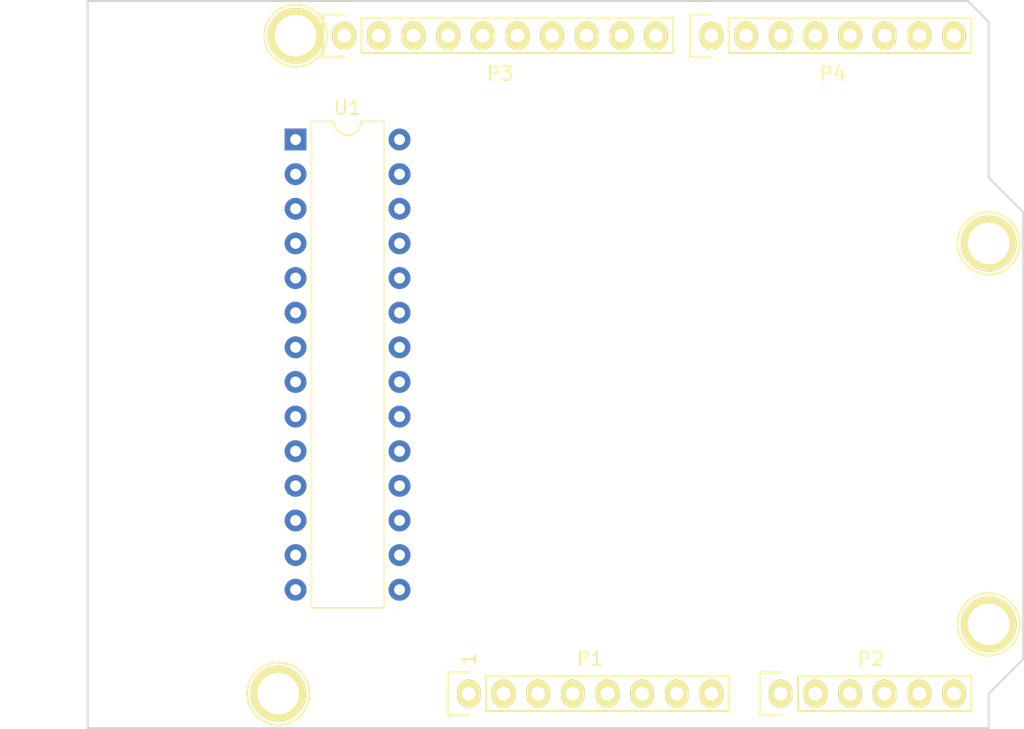
<source format=kicad_pcb>
(kicad_pcb (version 20171130) (host pcbnew 5.0.0+dfsg1-2)

  (general
    (thickness 1.6)
    (drawings 27)
    (tracks 0)
    (zones 0)
    (modules 9)
    (nets 60)
  )

  (page A4)
  (title_block
    (date "lun. 30 mars 2015")
  )

  (layers
    (0 F.Cu signal)
    (31 B.Cu signal)
    (32 B.Adhes user)
    (33 F.Adhes user)
    (34 B.Paste user)
    (35 F.Paste user)
    (36 B.SilkS user)
    (37 F.SilkS user)
    (38 B.Mask user)
    (39 F.Mask user)
    (40 Dwgs.User user)
    (41 Cmts.User user)
    (42 Eco1.User user)
    (43 Eco2.User user)
    (44 Edge.Cuts user)
    (45 Margin user)
    (46 B.CrtYd user)
    (47 F.CrtYd user)
    (48 B.Fab user)
    (49 F.Fab user)
  )

  (setup
    (last_trace_width 0.25)
    (trace_clearance 0.2)
    (zone_clearance 0.508)
    (zone_45_only no)
    (trace_min 0.2)
    (segment_width 0.15)
    (edge_width 0.15)
    (via_size 0.6)
    (via_drill 0.4)
    (via_min_size 0.4)
    (via_min_drill 0.3)
    (uvia_size 0.3)
    (uvia_drill 0.1)
    (uvias_allowed no)
    (uvia_min_size 0.2)
    (uvia_min_drill 0.1)
    (pcb_text_width 0.3)
    (pcb_text_size 1.5 1.5)
    (mod_edge_width 0.15)
    (mod_text_size 1 1)
    (mod_text_width 0.15)
    (pad_size 4.064 4.064)
    (pad_drill 3.048)
    (pad_to_mask_clearance 0)
    (aux_axis_origin 110.998 126.365)
    (grid_origin 110.998 126.365)
    (visible_elements FFFFFF7F)
    (pcbplotparams
      (layerselection 0x00030_80000001)
      (usegerberextensions false)
      (usegerberattributes false)
      (usegerberadvancedattributes false)
      (creategerberjobfile false)
      (excludeedgelayer true)
      (linewidth 0.100000)
      (plotframeref false)
      (viasonmask false)
      (mode 1)
      (useauxorigin false)
      (hpglpennumber 1)
      (hpglpenspeed 20)
      (hpglpendiameter 15.000000)
      (psnegative false)
      (psa4output false)
      (plotreference true)
      (plotvalue true)
      (plotinvisibletext false)
      (padsonsilk false)
      (subtractmaskfromsilk false)
      (outputformat 1)
      (mirror false)
      (drillshape 1)
      (scaleselection 1)
      (outputdirectory ""))
  )

  (net 0 "")
  (net 1 /IOREF)
  (net 2 /Reset)
  (net 3 +5V)
  (net 4 GND)
  (net 5 /Vin)
  (net 6 /A0)
  (net 7 /A1)
  (net 8 /A2)
  (net 9 /A3)
  (net 10 /AREF)
  (net 11 "/A4(SDA)")
  (net 12 "/A5(SCL)")
  (net 13 "/9(**)")
  (net 14 /8)
  (net 15 /7)
  (net 16 "/6(**)")
  (net 17 "/5(**)")
  (net 18 /4)
  (net 19 "/3(**)")
  (net 20 /2)
  (net 21 "/1(Tx)")
  (net 22 "/0(Rx)")
  (net 23 "Net-(P5-Pad1)")
  (net 24 "Net-(P6-Pad1)")
  (net 25 "Net-(P7-Pad1)")
  (net 26 "Net-(P8-Pad1)")
  (net 27 "/13(SCK)")
  (net 28 "/10(**/SS)")
  (net 29 "Net-(P1-Pad1)")
  (net 30 +3V3)
  (net 31 "/12(MISO)")
  (net 32 "/11(**/MOSI)")
  (net 33 "Net-(U1-Pad1)")
  (net 34 "Net-(U1-Pad15)")
  (net 35 "Net-(U1-Pad2)")
  (net 36 "Net-(U1-Pad16)")
  (net 37 "Net-(U1-Pad3)")
  (net 38 "Net-(U1-Pad17)")
  (net 39 "Net-(U1-Pad4)")
  (net 40 "Net-(U1-Pad18)")
  (net 41 "Net-(U1-Pad5)")
  (net 42 "Net-(U1-Pad19)")
  (net 43 "Net-(U1-Pad6)")
  (net 44 "Net-(U1-Pad20)")
  (net 45 "Net-(U1-Pad7)")
  (net 46 "Net-(U1-Pad21)")
  (net 47 "Net-(U1-Pad22)")
  (net 48 "Net-(U1-Pad9)")
  (net 49 "Net-(U1-Pad23)")
  (net 50 "Net-(U1-Pad10)")
  (net 51 "Net-(U1-Pad24)")
  (net 52 "Net-(U1-Pad11)")
  (net 53 "Net-(U1-Pad25)")
  (net 54 "Net-(U1-Pad12)")
  (net 55 "Net-(U1-Pad26)")
  (net 56 "Net-(U1-Pad13)")
  (net 57 "Net-(U1-Pad27)")
  (net 58 "Net-(U1-Pad14)")
  (net 59 "Net-(U1-Pad28)")

  (net_class Default "This is the default net class."
    (clearance 0.2)
    (trace_width 0.25)
    (via_dia 0.6)
    (via_drill 0.4)
    (uvia_dia 0.3)
    (uvia_drill 0.1)
    (add_net +3V3)
    (add_net +5V)
    (add_net "/0(Rx)")
    (add_net "/1(Tx)")
    (add_net "/10(**/SS)")
    (add_net "/11(**/MOSI)")
    (add_net "/12(MISO)")
    (add_net "/13(SCK)")
    (add_net /2)
    (add_net "/3(**)")
    (add_net /4)
    (add_net "/5(**)")
    (add_net "/6(**)")
    (add_net /7)
    (add_net /8)
    (add_net "/9(**)")
    (add_net /A0)
    (add_net /A1)
    (add_net /A2)
    (add_net /A3)
    (add_net "/A4(SDA)")
    (add_net "/A5(SCL)")
    (add_net /AREF)
    (add_net /IOREF)
    (add_net /Reset)
    (add_net /Vin)
    (add_net GND)
    (add_net "Net-(P1-Pad1)")
    (add_net "Net-(P5-Pad1)")
    (add_net "Net-(P6-Pad1)")
    (add_net "Net-(P7-Pad1)")
    (add_net "Net-(P8-Pad1)")
    (add_net "Net-(U1-Pad1)")
    (add_net "Net-(U1-Pad10)")
    (add_net "Net-(U1-Pad11)")
    (add_net "Net-(U1-Pad12)")
    (add_net "Net-(U1-Pad13)")
    (add_net "Net-(U1-Pad14)")
    (add_net "Net-(U1-Pad15)")
    (add_net "Net-(U1-Pad16)")
    (add_net "Net-(U1-Pad17)")
    (add_net "Net-(U1-Pad18)")
    (add_net "Net-(U1-Pad19)")
    (add_net "Net-(U1-Pad2)")
    (add_net "Net-(U1-Pad20)")
    (add_net "Net-(U1-Pad21)")
    (add_net "Net-(U1-Pad22)")
    (add_net "Net-(U1-Pad23)")
    (add_net "Net-(U1-Pad24)")
    (add_net "Net-(U1-Pad25)")
    (add_net "Net-(U1-Pad26)")
    (add_net "Net-(U1-Pad27)")
    (add_net "Net-(U1-Pad28)")
    (add_net "Net-(U1-Pad3)")
    (add_net "Net-(U1-Pad4)")
    (add_net "Net-(U1-Pad5)")
    (add_net "Net-(U1-Pad6)")
    (add_net "Net-(U1-Pad7)")
    (add_net "Net-(U1-Pad9)")
  )

  (module Package_DIP:DIP-28_W7.62mm (layer F.Cu) (tedit 5A02E8C5) (tstamp 5BF59753)
    (at 126.238 83.185)
    (descr "28-lead though-hole mounted DIP package, row spacing 7.62 mm (300 mils)")
    (tags "THT DIP DIL PDIP 2.54mm 7.62mm 300mil")
    (path /5BF5C9D7)
    (fp_text reference U1 (at 3.81 -2.33) (layer F.SilkS)
      (effects (font (size 1 1) (thickness 0.15)))
    )
    (fp_text value ATmega328P-PU (at 3.81 35.35) (layer F.Fab)
      (effects (font (size 1 1) (thickness 0.15)))
    )
    (fp_arc (start 3.81 -1.33) (end 2.81 -1.33) (angle -180) (layer F.SilkS) (width 0.12))
    (fp_line (start 1.635 -1.27) (end 6.985 -1.27) (layer F.Fab) (width 0.1))
    (fp_line (start 6.985 -1.27) (end 6.985 34.29) (layer F.Fab) (width 0.1))
    (fp_line (start 6.985 34.29) (end 0.635 34.29) (layer F.Fab) (width 0.1))
    (fp_line (start 0.635 34.29) (end 0.635 -0.27) (layer F.Fab) (width 0.1))
    (fp_line (start 0.635 -0.27) (end 1.635 -1.27) (layer F.Fab) (width 0.1))
    (fp_line (start 2.81 -1.33) (end 1.16 -1.33) (layer F.SilkS) (width 0.12))
    (fp_line (start 1.16 -1.33) (end 1.16 34.35) (layer F.SilkS) (width 0.12))
    (fp_line (start 1.16 34.35) (end 6.46 34.35) (layer F.SilkS) (width 0.12))
    (fp_line (start 6.46 34.35) (end 6.46 -1.33) (layer F.SilkS) (width 0.12))
    (fp_line (start 6.46 -1.33) (end 4.81 -1.33) (layer F.SilkS) (width 0.12))
    (fp_line (start -1.1 -1.55) (end -1.1 34.55) (layer F.CrtYd) (width 0.05))
    (fp_line (start -1.1 34.55) (end 8.7 34.55) (layer F.CrtYd) (width 0.05))
    (fp_line (start 8.7 34.55) (end 8.7 -1.55) (layer F.CrtYd) (width 0.05))
    (fp_line (start 8.7 -1.55) (end -1.1 -1.55) (layer F.CrtYd) (width 0.05))
    (fp_text user %R (at 3.81 16.51) (layer F.Fab)
      (effects (font (size 1 1) (thickness 0.15)))
    )
    (pad 1 thru_hole rect (at 0 0) (size 1.6 1.6) (drill 0.8) (layers *.Cu *.Mask)
      (net 33 "Net-(U1-Pad1)"))
    (pad 15 thru_hole oval (at 7.62 33.02) (size 1.6 1.6) (drill 0.8) (layers *.Cu *.Mask)
      (net 34 "Net-(U1-Pad15)"))
    (pad 2 thru_hole oval (at 0 2.54) (size 1.6 1.6) (drill 0.8) (layers *.Cu *.Mask)
      (net 35 "Net-(U1-Pad2)"))
    (pad 16 thru_hole oval (at 7.62 30.48) (size 1.6 1.6) (drill 0.8) (layers *.Cu *.Mask)
      (net 36 "Net-(U1-Pad16)"))
    (pad 3 thru_hole oval (at 0 5.08) (size 1.6 1.6) (drill 0.8) (layers *.Cu *.Mask)
      (net 37 "Net-(U1-Pad3)"))
    (pad 17 thru_hole oval (at 7.62 27.94) (size 1.6 1.6) (drill 0.8) (layers *.Cu *.Mask)
      (net 38 "Net-(U1-Pad17)"))
    (pad 4 thru_hole oval (at 0 7.62) (size 1.6 1.6) (drill 0.8) (layers *.Cu *.Mask)
      (net 39 "Net-(U1-Pad4)"))
    (pad 18 thru_hole oval (at 7.62 25.4) (size 1.6 1.6) (drill 0.8) (layers *.Cu *.Mask)
      (net 40 "Net-(U1-Pad18)"))
    (pad 5 thru_hole oval (at 0 10.16) (size 1.6 1.6) (drill 0.8) (layers *.Cu *.Mask)
      (net 41 "Net-(U1-Pad5)"))
    (pad 19 thru_hole oval (at 7.62 22.86) (size 1.6 1.6) (drill 0.8) (layers *.Cu *.Mask)
      (net 42 "Net-(U1-Pad19)"))
    (pad 6 thru_hole oval (at 0 12.7) (size 1.6 1.6) (drill 0.8) (layers *.Cu *.Mask)
      (net 43 "Net-(U1-Pad6)"))
    (pad 20 thru_hole oval (at 7.62 20.32) (size 1.6 1.6) (drill 0.8) (layers *.Cu *.Mask)
      (net 44 "Net-(U1-Pad20)"))
    (pad 7 thru_hole oval (at 0 15.24) (size 1.6 1.6) (drill 0.8) (layers *.Cu *.Mask)
      (net 45 "Net-(U1-Pad7)"))
    (pad 21 thru_hole oval (at 7.62 17.78) (size 1.6 1.6) (drill 0.8) (layers *.Cu *.Mask)
      (net 46 "Net-(U1-Pad21)"))
    (pad 8 thru_hole oval (at 0 17.78) (size 1.6 1.6) (drill 0.8) (layers *.Cu *.Mask)
      (net 47 "Net-(U1-Pad22)"))
    (pad 22 thru_hole oval (at 7.62 15.24) (size 1.6 1.6) (drill 0.8) (layers *.Cu *.Mask)
      (net 47 "Net-(U1-Pad22)"))
    (pad 9 thru_hole oval (at 0 20.32) (size 1.6 1.6) (drill 0.8) (layers *.Cu *.Mask)
      (net 48 "Net-(U1-Pad9)"))
    (pad 23 thru_hole oval (at 7.62 12.7) (size 1.6 1.6) (drill 0.8) (layers *.Cu *.Mask)
      (net 49 "Net-(U1-Pad23)"))
    (pad 10 thru_hole oval (at 0 22.86) (size 1.6 1.6) (drill 0.8) (layers *.Cu *.Mask)
      (net 50 "Net-(U1-Pad10)"))
    (pad 24 thru_hole oval (at 7.62 10.16) (size 1.6 1.6) (drill 0.8) (layers *.Cu *.Mask)
      (net 51 "Net-(U1-Pad24)"))
    (pad 11 thru_hole oval (at 0 25.4) (size 1.6 1.6) (drill 0.8) (layers *.Cu *.Mask)
      (net 52 "Net-(U1-Pad11)"))
    (pad 25 thru_hole oval (at 7.62 7.62) (size 1.6 1.6) (drill 0.8) (layers *.Cu *.Mask)
      (net 53 "Net-(U1-Pad25)"))
    (pad 12 thru_hole oval (at 0 27.94) (size 1.6 1.6) (drill 0.8) (layers *.Cu *.Mask)
      (net 54 "Net-(U1-Pad12)"))
    (pad 26 thru_hole oval (at 7.62 5.08) (size 1.6 1.6) (drill 0.8) (layers *.Cu *.Mask)
      (net 55 "Net-(U1-Pad26)"))
    (pad 13 thru_hole oval (at 0 30.48) (size 1.6 1.6) (drill 0.8) (layers *.Cu *.Mask)
      (net 56 "Net-(U1-Pad13)"))
    (pad 27 thru_hole oval (at 7.62 2.54) (size 1.6 1.6) (drill 0.8) (layers *.Cu *.Mask)
      (net 57 "Net-(U1-Pad27)"))
    (pad 14 thru_hole oval (at 0 33.02) (size 1.6 1.6) (drill 0.8) (layers *.Cu *.Mask)
      (net 58 "Net-(U1-Pad14)"))
    (pad 28 thru_hole oval (at 7.62 0) (size 1.6 1.6) (drill 0.8) (layers *.Cu *.Mask)
      (net 59 "Net-(U1-Pad28)"))
    (model ${KISYS3DMOD}/Package_DIP.3dshapes/DIP-28_W7.62mm.wrl
      (at (xyz 0 0 0))
      (scale (xyz 1 1 1))
      (rotate (xyz 0 0 0))
    )
  )

  (module Socket_Arduino_Uno:Socket_Strip_Arduino_1x08 locked (layer F.Cu) (tedit 552168D2) (tstamp 551AF9EA)
    (at 138.938 123.825)
    (descr "Through hole socket strip")
    (tags "socket strip")
    (path /56D70129)
    (fp_text reference P1 (at 8.89 -2.54) (layer F.SilkS)
      (effects (font (size 1 1) (thickness 0.15)))
    )
    (fp_text value Power (at 8.89 -4.064) (layer F.Fab)
      (effects (font (size 1 1) (thickness 0.15)))
    )
    (fp_line (start -1.75 -1.75) (end -1.75 1.75) (layer F.CrtYd) (width 0.05))
    (fp_line (start 19.55 -1.75) (end 19.55 1.75) (layer F.CrtYd) (width 0.05))
    (fp_line (start -1.75 -1.75) (end 19.55 -1.75) (layer F.CrtYd) (width 0.05))
    (fp_line (start -1.75 1.75) (end 19.55 1.75) (layer F.CrtYd) (width 0.05))
    (fp_line (start 1.27 1.27) (end 19.05 1.27) (layer F.SilkS) (width 0.15))
    (fp_line (start 19.05 1.27) (end 19.05 -1.27) (layer F.SilkS) (width 0.15))
    (fp_line (start 19.05 -1.27) (end 1.27 -1.27) (layer F.SilkS) (width 0.15))
    (fp_line (start -1.55 1.55) (end 0 1.55) (layer F.SilkS) (width 0.15))
    (fp_line (start 1.27 1.27) (end 1.27 -1.27) (layer F.SilkS) (width 0.15))
    (fp_line (start 0 -1.55) (end -1.55 -1.55) (layer F.SilkS) (width 0.15))
    (fp_line (start -1.55 -1.55) (end -1.55 1.55) (layer F.SilkS) (width 0.15))
    (pad 1 thru_hole oval (at 0 0) (size 1.7272 2.032) (drill 1.016) (layers *.Cu *.Mask F.SilkS)
      (net 29 "Net-(P1-Pad1)"))
    (pad 2 thru_hole oval (at 2.54 0) (size 1.7272 2.032) (drill 1.016) (layers *.Cu *.Mask F.SilkS)
      (net 1 /IOREF))
    (pad 3 thru_hole oval (at 5.08 0) (size 1.7272 2.032) (drill 1.016) (layers *.Cu *.Mask F.SilkS)
      (net 2 /Reset))
    (pad 4 thru_hole oval (at 7.62 0) (size 1.7272 2.032) (drill 1.016) (layers *.Cu *.Mask F.SilkS)
      (net 30 +3V3))
    (pad 5 thru_hole oval (at 10.16 0) (size 1.7272 2.032) (drill 1.016) (layers *.Cu *.Mask F.SilkS)
      (net 3 +5V))
    (pad 6 thru_hole oval (at 12.7 0) (size 1.7272 2.032) (drill 1.016) (layers *.Cu *.Mask F.SilkS)
      (net 4 GND))
    (pad 7 thru_hole oval (at 15.24 0) (size 1.7272 2.032) (drill 1.016) (layers *.Cu *.Mask F.SilkS)
      (net 4 GND))
    (pad 8 thru_hole oval (at 17.78 0) (size 1.7272 2.032) (drill 1.016) (layers *.Cu *.Mask F.SilkS)
      (net 5 /Vin))
    (model ${KIPRJMOD}/Socket_Arduino_Uno.3dshapes/Socket_header_Arduino_1x08.wrl
      (offset (xyz 8.889999866485596 0 0))
      (scale (xyz 1 1 1))
      (rotate (xyz 0 0 180))
    )
  )

  (module Socket_Arduino_Uno:Socket_Strip_Arduino_1x06 locked (layer F.Cu) (tedit 552168D6) (tstamp 551AF9FF)
    (at 161.798 123.825)
    (descr "Through hole socket strip")
    (tags "socket strip")
    (path /56D70DD8)
    (fp_text reference P2 (at 6.604 -2.54) (layer F.SilkS)
      (effects (font (size 1 1) (thickness 0.15)))
    )
    (fp_text value Analog (at 6.604 -4.064) (layer F.Fab)
      (effects (font (size 1 1) (thickness 0.15)))
    )
    (fp_line (start -1.75 -1.75) (end -1.75 1.75) (layer F.CrtYd) (width 0.05))
    (fp_line (start 14.45 -1.75) (end 14.45 1.75) (layer F.CrtYd) (width 0.05))
    (fp_line (start -1.75 -1.75) (end 14.45 -1.75) (layer F.CrtYd) (width 0.05))
    (fp_line (start -1.75 1.75) (end 14.45 1.75) (layer F.CrtYd) (width 0.05))
    (fp_line (start 1.27 1.27) (end 13.97 1.27) (layer F.SilkS) (width 0.15))
    (fp_line (start 13.97 1.27) (end 13.97 -1.27) (layer F.SilkS) (width 0.15))
    (fp_line (start 13.97 -1.27) (end 1.27 -1.27) (layer F.SilkS) (width 0.15))
    (fp_line (start -1.55 1.55) (end 0 1.55) (layer F.SilkS) (width 0.15))
    (fp_line (start 1.27 1.27) (end 1.27 -1.27) (layer F.SilkS) (width 0.15))
    (fp_line (start 0 -1.55) (end -1.55 -1.55) (layer F.SilkS) (width 0.15))
    (fp_line (start -1.55 -1.55) (end -1.55 1.55) (layer F.SilkS) (width 0.15))
    (pad 1 thru_hole oval (at 0 0) (size 1.7272 2.032) (drill 1.016) (layers *.Cu *.Mask F.SilkS)
      (net 6 /A0))
    (pad 2 thru_hole oval (at 2.54 0) (size 1.7272 2.032) (drill 1.016) (layers *.Cu *.Mask F.SilkS)
      (net 7 /A1))
    (pad 3 thru_hole oval (at 5.08 0) (size 1.7272 2.032) (drill 1.016) (layers *.Cu *.Mask F.SilkS)
      (net 8 /A2))
    (pad 4 thru_hole oval (at 7.62 0) (size 1.7272 2.032) (drill 1.016) (layers *.Cu *.Mask F.SilkS)
      (net 9 /A3))
    (pad 5 thru_hole oval (at 10.16 0) (size 1.7272 2.032) (drill 1.016) (layers *.Cu *.Mask F.SilkS)
      (net 11 "/A4(SDA)"))
    (pad 6 thru_hole oval (at 12.7 0) (size 1.7272 2.032) (drill 1.016) (layers *.Cu *.Mask F.SilkS)
      (net 12 "/A5(SCL)"))
    (model ${KIPRJMOD}/Socket_Arduino_Uno.3dshapes/Socket_header_Arduino_1x06.wrl
      (offset (xyz 6.349999904632568 0 0))
      (scale (xyz 1 1 1))
      (rotate (xyz 0 0 180))
    )
  )

  (module Socket_Arduino_Uno:Socket_Strip_Arduino_1x10 locked (layer F.Cu) (tedit 552168BF) (tstamp 551AFA18)
    (at 129.794 75.565)
    (descr "Through hole socket strip")
    (tags "socket strip")
    (path /56D721E0)
    (fp_text reference P3 (at 11.43 2.794) (layer F.SilkS)
      (effects (font (size 1 1) (thickness 0.15)))
    )
    (fp_text value Digital (at 11.43 4.318) (layer F.Fab)
      (effects (font (size 1 1) (thickness 0.15)))
    )
    (fp_line (start -1.75 -1.75) (end -1.75 1.75) (layer F.CrtYd) (width 0.05))
    (fp_line (start 24.65 -1.75) (end 24.65 1.75) (layer F.CrtYd) (width 0.05))
    (fp_line (start -1.75 -1.75) (end 24.65 -1.75) (layer F.CrtYd) (width 0.05))
    (fp_line (start -1.75 1.75) (end 24.65 1.75) (layer F.CrtYd) (width 0.05))
    (fp_line (start 1.27 1.27) (end 24.13 1.27) (layer F.SilkS) (width 0.15))
    (fp_line (start 24.13 1.27) (end 24.13 -1.27) (layer F.SilkS) (width 0.15))
    (fp_line (start 24.13 -1.27) (end 1.27 -1.27) (layer F.SilkS) (width 0.15))
    (fp_line (start -1.55 1.55) (end 0 1.55) (layer F.SilkS) (width 0.15))
    (fp_line (start 1.27 1.27) (end 1.27 -1.27) (layer F.SilkS) (width 0.15))
    (fp_line (start 0 -1.55) (end -1.55 -1.55) (layer F.SilkS) (width 0.15))
    (fp_line (start -1.55 -1.55) (end -1.55 1.55) (layer F.SilkS) (width 0.15))
    (pad 1 thru_hole oval (at 0 0) (size 1.7272 2.032) (drill 1.016) (layers *.Cu *.Mask F.SilkS)
      (net 12 "/A5(SCL)"))
    (pad 2 thru_hole oval (at 2.54 0) (size 1.7272 2.032) (drill 1.016) (layers *.Cu *.Mask F.SilkS)
      (net 11 "/A4(SDA)"))
    (pad 3 thru_hole oval (at 5.08 0) (size 1.7272 2.032) (drill 1.016) (layers *.Cu *.Mask F.SilkS)
      (net 10 /AREF))
    (pad 4 thru_hole oval (at 7.62 0) (size 1.7272 2.032) (drill 1.016) (layers *.Cu *.Mask F.SilkS)
      (net 4 GND))
    (pad 5 thru_hole oval (at 10.16 0) (size 1.7272 2.032) (drill 1.016) (layers *.Cu *.Mask F.SilkS)
      (net 27 "/13(SCK)"))
    (pad 6 thru_hole oval (at 12.7 0) (size 1.7272 2.032) (drill 1.016) (layers *.Cu *.Mask F.SilkS)
      (net 31 "/12(MISO)"))
    (pad 7 thru_hole oval (at 15.24 0) (size 1.7272 2.032) (drill 1.016) (layers *.Cu *.Mask F.SilkS)
      (net 32 "/11(**/MOSI)"))
    (pad 8 thru_hole oval (at 17.78 0) (size 1.7272 2.032) (drill 1.016) (layers *.Cu *.Mask F.SilkS)
      (net 28 "/10(**/SS)"))
    (pad 9 thru_hole oval (at 20.32 0) (size 1.7272 2.032) (drill 1.016) (layers *.Cu *.Mask F.SilkS)
      (net 13 "/9(**)"))
    (pad 10 thru_hole oval (at 22.86 0) (size 1.7272 2.032) (drill 1.016) (layers *.Cu *.Mask F.SilkS)
      (net 14 /8))
    (model ${KIPRJMOD}/Socket_Arduino_Uno.3dshapes/Socket_header_Arduino_1x10.wrl
      (offset (xyz 11.42999982833862 0 0))
      (scale (xyz 1 1 1))
      (rotate (xyz 0 0 180))
    )
  )

  (module Socket_Arduino_Uno:Socket_Strip_Arduino_1x08 locked (layer F.Cu) (tedit 552168C7) (tstamp 551AFA2F)
    (at 156.718 75.565)
    (descr "Through hole socket strip")
    (tags "socket strip")
    (path /56D7164F)
    (fp_text reference P4 (at 8.89 2.794) (layer F.SilkS)
      (effects (font (size 1 1) (thickness 0.15)))
    )
    (fp_text value Digital (at 8.89 4.318) (layer F.Fab)
      (effects (font (size 1 1) (thickness 0.15)))
    )
    (fp_line (start -1.75 -1.75) (end -1.75 1.75) (layer F.CrtYd) (width 0.05))
    (fp_line (start 19.55 -1.75) (end 19.55 1.75) (layer F.CrtYd) (width 0.05))
    (fp_line (start -1.75 -1.75) (end 19.55 -1.75) (layer F.CrtYd) (width 0.05))
    (fp_line (start -1.75 1.75) (end 19.55 1.75) (layer F.CrtYd) (width 0.05))
    (fp_line (start 1.27 1.27) (end 19.05 1.27) (layer F.SilkS) (width 0.15))
    (fp_line (start 19.05 1.27) (end 19.05 -1.27) (layer F.SilkS) (width 0.15))
    (fp_line (start 19.05 -1.27) (end 1.27 -1.27) (layer F.SilkS) (width 0.15))
    (fp_line (start -1.55 1.55) (end 0 1.55) (layer F.SilkS) (width 0.15))
    (fp_line (start 1.27 1.27) (end 1.27 -1.27) (layer F.SilkS) (width 0.15))
    (fp_line (start 0 -1.55) (end -1.55 -1.55) (layer F.SilkS) (width 0.15))
    (fp_line (start -1.55 -1.55) (end -1.55 1.55) (layer F.SilkS) (width 0.15))
    (pad 1 thru_hole oval (at 0 0) (size 1.7272 2.032) (drill 1.016) (layers *.Cu *.Mask F.SilkS)
      (net 15 /7))
    (pad 2 thru_hole oval (at 2.54 0) (size 1.7272 2.032) (drill 1.016) (layers *.Cu *.Mask F.SilkS)
      (net 16 "/6(**)"))
    (pad 3 thru_hole oval (at 5.08 0) (size 1.7272 2.032) (drill 1.016) (layers *.Cu *.Mask F.SilkS)
      (net 17 "/5(**)"))
    (pad 4 thru_hole oval (at 7.62 0) (size 1.7272 2.032) (drill 1.016) (layers *.Cu *.Mask F.SilkS)
      (net 18 /4))
    (pad 5 thru_hole oval (at 10.16 0) (size 1.7272 2.032) (drill 1.016) (layers *.Cu *.Mask F.SilkS)
      (net 19 "/3(**)"))
    (pad 6 thru_hole oval (at 12.7 0) (size 1.7272 2.032) (drill 1.016) (layers *.Cu *.Mask F.SilkS)
      (net 20 /2))
    (pad 7 thru_hole oval (at 15.24 0) (size 1.7272 2.032) (drill 1.016) (layers *.Cu *.Mask F.SilkS)
      (net 21 "/1(Tx)"))
    (pad 8 thru_hole oval (at 17.78 0) (size 1.7272 2.032) (drill 1.016) (layers *.Cu *.Mask F.SilkS)
      (net 22 "/0(Rx)"))
    (model ${KIPRJMOD}/Socket_Arduino_Uno.3dshapes/Socket_header_Arduino_1x08.wrl
      (offset (xyz 8.889999866485596 0 0))
      (scale (xyz 1 1 1))
      (rotate (xyz 0 0 180))
    )
  )

  (module Socket_Arduino_Uno:Arduino_1pin locked (layer F.Cu) (tedit 5524FC39) (tstamp 5524FC3F)
    (at 124.968 123.825)
    (descr "module 1 pin (ou trou mecanique de percage)")
    (tags DEV)
    (path /56D71177)
    (fp_text reference P5 (at 0 -3.048) (layer F.SilkS) hide
      (effects (font (size 1 1) (thickness 0.15)))
    )
    (fp_text value CONN_01X01 (at 0 2.794) (layer F.Fab) hide
      (effects (font (size 1 1) (thickness 0.15)))
    )
    (fp_circle (center 0 0) (end 0 -2.286) (layer F.SilkS) (width 0.15))
    (pad 1 thru_hole circle (at 0 0) (size 4.064 4.064) (drill 3.048) (layers *.Cu *.Mask F.SilkS)
      (net 23 "Net-(P5-Pad1)"))
  )

  (module Socket_Arduino_Uno:Arduino_1pin locked (layer F.Cu) (tedit 5524FC4A) (tstamp 5524FC44)
    (at 177.038 118.745)
    (descr "module 1 pin (ou trou mecanique de percage)")
    (tags DEV)
    (path /56D71274)
    (fp_text reference P6 (at 0 -3.048) (layer F.SilkS) hide
      (effects (font (size 1 1) (thickness 0.15)))
    )
    (fp_text value CONN_01X01 (at 0 2.794) (layer F.Fab) hide
      (effects (font (size 1 1) (thickness 0.15)))
    )
    (fp_circle (center 0 0) (end 0 -2.286) (layer F.SilkS) (width 0.15))
    (pad 1 thru_hole circle (at 0 0) (size 4.064 4.064) (drill 3.048) (layers *.Cu *.Mask F.SilkS)
      (net 24 "Net-(P6-Pad1)"))
  )

  (module Socket_Arduino_Uno:Arduino_1pin locked (layer F.Cu) (tedit 5524FC2F) (tstamp 5524FC49)
    (at 126.238 75.565)
    (descr "module 1 pin (ou trou mecanique de percage)")
    (tags DEV)
    (path /56D712A8)
    (fp_text reference P7 (at 0 -3.048) (layer F.SilkS) hide
      (effects (font (size 1 1) (thickness 0.15)))
    )
    (fp_text value CONN_01X01 (at 0 2.794) (layer F.Fab) hide
      (effects (font (size 1 1) (thickness 0.15)))
    )
    (fp_circle (center 0 0) (end 0 -2.286) (layer F.SilkS) (width 0.15))
    (pad 1 thru_hole circle (at 0 0) (size 4.064 4.064) (drill 3.048) (layers *.Cu *.Mask F.SilkS)
      (net 25 "Net-(P7-Pad1)"))
  )

  (module Socket_Arduino_Uno:Arduino_1pin locked (layer F.Cu) (tedit 5524FC41) (tstamp 5524FC4E)
    (at 177.038 90.805)
    (descr "module 1 pin (ou trou mecanique de percage)")
    (tags DEV)
    (path /56D712DB)
    (fp_text reference P8 (at 0 -3.048) (layer F.SilkS) hide
      (effects (font (size 1 1) (thickness 0.15)))
    )
    (fp_text value CONN_01X01 (at 0 2.794) (layer F.Fab) hide
      (effects (font (size 1 1) (thickness 0.15)))
    )
    (fp_circle (center 0 0) (end 0 -2.286) (layer F.SilkS) (width 0.15))
    (pad 1 thru_hole circle (at 0 0) (size 4.064 4.064) (drill 3.048) (layers *.Cu *.Mask F.SilkS)
      (net 26 "Net-(P8-Pad1)"))
  )

  (gr_text 1 (at 138.938 121.285 90) (layer F.SilkS)
    (effects (font (size 1 1) (thickness 0.15)))
  )
  (gr_circle (center 117.348 76.962) (end 118.618 76.962) (layer Dwgs.User) (width 0.15))
  (gr_line (start 114.427 78.994) (end 114.427 74.93) (angle 90) (layer Dwgs.User) (width 0.15))
  (gr_line (start 120.269 78.994) (end 114.427 78.994) (angle 90) (layer Dwgs.User) (width 0.15))
  (gr_line (start 120.269 74.93) (end 120.269 78.994) (angle 90) (layer Dwgs.User) (width 0.15))
  (gr_line (start 114.427 74.93) (end 120.269 74.93) (angle 90) (layer Dwgs.User) (width 0.15))
  (gr_line (start 120.523 93.98) (end 104.648 93.98) (angle 90) (layer Dwgs.User) (width 0.15))
  (gr_line (start 177.038 74.549) (end 175.514 73.025) (angle 90) (layer Edge.Cuts) (width 0.15))
  (gr_line (start 177.038 85.979) (end 177.038 74.549) (angle 90) (layer Edge.Cuts) (width 0.15))
  (gr_line (start 179.578 88.519) (end 177.038 85.979) (angle 90) (layer Edge.Cuts) (width 0.15))
  (gr_line (start 179.578 121.285) (end 179.578 88.519) (angle 90) (layer Edge.Cuts) (width 0.15))
  (gr_line (start 177.038 123.825) (end 179.578 121.285) (angle 90) (layer Edge.Cuts) (width 0.15))
  (gr_line (start 177.038 126.365) (end 177.038 123.825) (angle 90) (layer Edge.Cuts) (width 0.15))
  (gr_line (start 110.998 126.365) (end 177.038 126.365) (angle 90) (layer Edge.Cuts) (width 0.15))
  (gr_line (start 110.998 73.025) (end 110.998 126.365) (angle 90) (layer Edge.Cuts) (width 0.15))
  (gr_line (start 175.514 73.025) (end 110.998 73.025) (angle 90) (layer Edge.Cuts) (width 0.15))
  (gr_line (start 173.355 102.235) (end 173.355 94.615) (angle 90) (layer Dwgs.User) (width 0.15))
  (gr_line (start 178.435 102.235) (end 173.355 102.235) (angle 90) (layer Dwgs.User) (width 0.15))
  (gr_line (start 178.435 94.615) (end 178.435 102.235) (angle 90) (layer Dwgs.User) (width 0.15))
  (gr_line (start 173.355 94.615) (end 178.435 94.615) (angle 90) (layer Dwgs.User) (width 0.15))
  (gr_line (start 109.093 123.19) (end 109.093 114.3) (angle 90) (layer Dwgs.User) (width 0.15))
  (gr_line (start 122.428 123.19) (end 109.093 123.19) (angle 90) (layer Dwgs.User) (width 0.15))
  (gr_line (start 122.428 114.3) (end 122.428 123.19) (angle 90) (layer Dwgs.User) (width 0.15))
  (gr_line (start 109.093 114.3) (end 122.428 114.3) (angle 90) (layer Dwgs.User) (width 0.15))
  (gr_line (start 104.648 93.98) (end 104.648 82.55) (angle 90) (layer Dwgs.User) (width 0.15))
  (gr_line (start 120.523 82.55) (end 120.523 93.98) (angle 90) (layer Dwgs.User) (width 0.15))
  (gr_line (start 104.648 82.55) (end 120.523 82.55) (angle 90) (layer Dwgs.User) (width 0.15))

)

</source>
